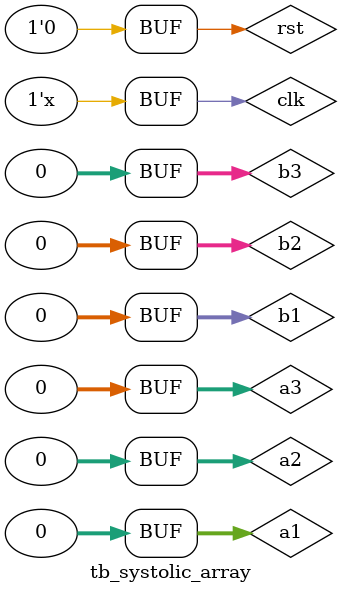
<source format=v>
`timescale 1ns / 100ps
module tb_systolic_array();

parameter data_size = 32;

reg clk;
reg rst;
reg [data_size-1:0] a1;
reg [data_size-1:0] a2;
reg [data_size-1:0] a3;
reg [data_size-1:0] b1;
reg [data_size-1:0] b2;
reg [data_size-1:0] b3;

wire [data_size-1:0] c1;
wire [data_size-1:0] c2;
wire [data_size-1:0] c3;
wire [data_size-1:0] c4;
wire [data_size-1:0] c5;
wire [data_size-1:0] c6;
wire [data_size-1:0] c7;
wire [data_size-1:0] c8;
wire [data_size-1:0] c9;

systolic_array dut_systolic_array (
    .clk(clk), 
    .rst(rst), 
    .a1(a1), 
    .a2(a2), 
    .a3(a3), 
    .b1(b1), 
    .b2(b2), 
    .b3(b3), 
    .c1(c1), 
    .c2(c2), 
    .c3(c3), 
    .c4(c4), 
    .c5(c5), 
    .c6(c6), 
    .c7(c7), 
    .c8(c8), 
    .c9(c9));

initial begin
    $dumpfile("test.vcd");
    $dumpvars(0, tb_systolic_array);
    clk = 32'd1;
    rst = 32'd1;
    a1 = 32'd0; // all input values are 0 at initial.
    a2 = 32'd0;
    a3 = 32'd0;
    b1 = 32'd0;
    b2 = 32'd0;
    b3 = 32'd0;
    #5;  rst = 0;
    #5;  a1 = 32'd1; a2 = 32'd0; a3 = 32'd0; b1 = 32'd1; b2 = 32'd0; b3 = 32'd0;
    #10; a1 = 32'd2; a2 = 32'd4; a3 = 32'd0; b1 = 32'd4; b2 = 32'd2; b3 = 32'd0;
    #10; a1 = 32'd3; a2 = 32'd5; a3 = 32'd0; b1 = 32'd7; b2 = 32'd5; b3 = 32'd3;
    #10; a1 = 32'd0; a2 = 32'd6; a3 = 32'd8; b1 = 32'd0; b2 = 32'd8; b3 = 32'd6;
    #10; a1 = 32'd0; a2 = 32'd0; a3 = 32'd9; b1 = 32'd0; b2 = 32'd0; b3 = 32'd9;
    #10; a1 = 32'd0; a2 = 32'd0; a3 = 32'd0; b1 = 32'd0; b2 = 32'd0; b3 = 32'd0;
    #50;
end

    always #5 clk = ~clk;
    
endmodule
</source>
